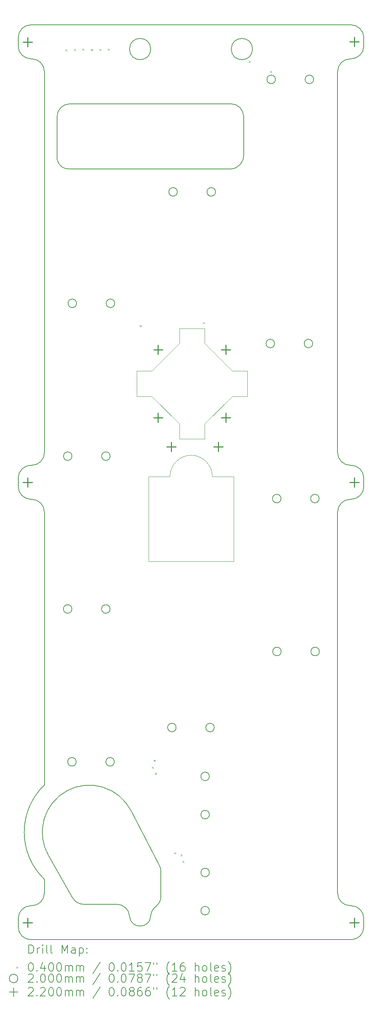
<source format=gbr>
%TF.GenerationSoftware,KiCad,Pcbnew,8.0.4*%
%TF.CreationDate,2025-03-26T23:32:05-07:00*%
%TF.ProjectId,Stationary_X_Panel,53746174-696f-46e6-9172-795f585f5061,1.5*%
%TF.SameCoordinates,Original*%
%TF.FileFunction,Drillmap*%
%TF.FilePolarity,Positive*%
%FSLAX45Y45*%
G04 Gerber Fmt 4.5, Leading zero omitted, Abs format (unit mm)*
G04 Created by KiCad (PCBNEW 8.0.4) date 2025-03-26 23:32:05*
%MOMM*%
%LPD*%
G01*
G04 APERTURE LIST*
%ADD10C,0.200000*%
%ADD11C,0.100000*%
%ADD12C,0.220000*%
G04 APERTURE END LIST*
D10*
X8316500Y-4159500D02*
X8316500Y-5059500D01*
X8316500Y-5059500D02*
G75*
G02*
X8016500Y-5394499I-317510J-17490D01*
G01*
D11*
X6150000Y-10750000D02*
X6800000Y-11400000D01*
X7400000Y-11400000D02*
X7400000Y-11750000D01*
D10*
X8525000Y-2570000D02*
G75*
G02*
X8025000Y-2570000I-250000J0D01*
G01*
X8025000Y-2570000D02*
G75*
G02*
X8525000Y-2570000I250000J0D01*
G01*
D11*
X6800000Y-11750000D02*
X7400000Y-11750000D01*
D10*
X10532500Y-22450000D02*
X10532500Y-13475000D01*
X10850000Y-12375000D02*
G75*
G02*
X11150000Y-12675000I0J-300000D01*
G01*
X4283606Y-22564417D02*
X3713209Y-21567021D01*
X3300000Y-2800000D02*
X3317500Y-2800000D01*
X6365000Y-21943583D02*
X6365000Y-22528990D01*
X11150000Y-23250000D02*
X11150000Y-23050000D01*
X3617500Y-22127660D02*
X3617500Y-22450000D01*
D11*
X6800000Y-11400000D02*
X6800000Y-11750000D01*
D10*
X11150000Y-12875000D02*
G75*
G02*
X10850000Y-13175000I-300000J0D01*
G01*
D11*
X7400000Y-11400000D02*
X8050000Y-10750000D01*
D10*
X3000000Y-23050000D02*
G75*
G02*
X3300000Y-22750000I300000J0D01*
G01*
X6124638Y-22993448D02*
G75*
G02*
X6244604Y-22769290I299622J-16172D01*
G01*
X10532500Y-3100000D02*
G75*
G02*
X10832500Y-2800000I300000J0D01*
G01*
X3617500Y-22450000D02*
G75*
G02*
X3317500Y-22750000I-300000J0D01*
G01*
X4216500Y-3859500D02*
X8016500Y-3859500D01*
X3300000Y-23550000D02*
G75*
G02*
X3000000Y-23250000I0J300000D01*
G01*
X10532500Y-13475000D02*
G75*
G02*
X10832500Y-13175000I300000J0D01*
G01*
D11*
X6078500Y-14639500D02*
X6078500Y-12639500D01*
D10*
X11150000Y-2500000D02*
X11150000Y-2300000D01*
X10850000Y-2000000D02*
G75*
G02*
X11150000Y-2300000I0J-300000D01*
G01*
X3300000Y-2800000D02*
G75*
G02*
X3000000Y-2500000I0J300000D01*
G01*
D11*
X7400000Y-9150000D02*
X6800000Y-9150000D01*
D10*
X10850000Y-22750000D02*
G75*
G02*
X11150000Y-23050000I0J-300000D01*
G01*
X10850000Y-12375000D02*
X10832500Y-12375000D01*
X3000000Y-12675000D02*
X3000000Y-12875000D01*
X3317500Y-12375000D02*
X3300000Y-12375000D01*
X10832500Y-22750000D02*
G75*
G02*
X10532500Y-22450000I0J300000D01*
G01*
D11*
X6800000Y-9500000D02*
X6150000Y-10150000D01*
D10*
X3000000Y-2300000D02*
G75*
G02*
X3300000Y-2000000I300000J0D01*
G01*
D11*
X8400000Y-10750000D02*
X8400000Y-10150000D01*
X6578500Y-12639500D02*
G75*
G02*
X7578500Y-12639500I500000J0D01*
G01*
D10*
X10832500Y-13175000D02*
X10850000Y-13175000D01*
X10832500Y-12375000D02*
G75*
G02*
X10532500Y-12075000I0J300000D01*
G01*
X10832500Y-2800000D02*
X10850000Y-2800000D01*
X3300000Y-13175000D02*
G75*
G02*
X3000000Y-12875000I0J300000D01*
G01*
X8016500Y-3859500D02*
G75*
G02*
X8316500Y-4159500I0J-300000D01*
G01*
X6365000Y-22528990D02*
G75*
G02*
X6244602Y-22769288I-300000J0D01*
G01*
X8016500Y-5394500D02*
X4216500Y-5394500D01*
D11*
X6800000Y-9500000D02*
X6800000Y-9150000D01*
D10*
X4216500Y-5394500D02*
G75*
G02*
X3916501Y-5159500I-28770J272260D01*
G01*
D11*
X5800000Y-10750000D02*
X5800000Y-10150000D01*
D10*
X6124638Y-22993448D02*
G75*
G02*
X5625521Y-22996130I-249638J13448D01*
G01*
X3916500Y-4159500D02*
G75*
G02*
X4216500Y-3859500I304763J-4763D01*
G01*
X3617500Y-12075000D02*
G75*
G02*
X3317500Y-12375000I-300000J0D01*
G01*
X10850000Y-22750000D02*
X10832500Y-22750000D01*
X3617500Y-3100000D02*
X3617500Y-12075000D01*
X11150000Y-12875000D02*
X11150000Y-12675000D01*
X3317500Y-13175000D02*
G75*
G02*
X3617500Y-13475000I0J-300000D01*
G01*
D11*
X8078500Y-12639500D02*
X8078500Y-14639500D01*
X7578500Y-12639500D02*
X8078500Y-12639500D01*
D10*
X3317500Y-22750000D02*
X3300000Y-22750000D01*
X3000000Y-2300000D02*
X3000000Y-2500000D01*
X10532500Y-12075000D02*
X10532500Y-3100000D01*
X5326146Y-22715486D02*
G75*
G02*
X5625521Y-22996130I24J-299974D01*
G01*
X11150000Y-2500000D02*
G75*
G02*
X10850000Y-2800000I-300000J0D01*
G01*
D11*
X6078500Y-12639500D02*
X6578500Y-12639500D01*
D10*
X6125000Y-2570000D02*
G75*
G02*
X5625000Y-2570000I-250000J0D01*
G01*
X5625000Y-2570000D02*
G75*
G02*
X6125000Y-2570000I250000J0D01*
G01*
X5326146Y-22715486D02*
X4544028Y-22715486D01*
D11*
X7400000Y-9500000D02*
X7400000Y-9150000D01*
D10*
X4544028Y-22715486D02*
G75*
G02*
X4283605Y-22564418I2J300006D01*
G01*
X3916500Y-4159500D02*
X3916500Y-5159500D01*
D11*
X8078500Y-14639500D02*
X6078500Y-14639500D01*
X8050000Y-10150000D02*
X7400000Y-9500000D01*
X8050000Y-10150000D02*
X8400000Y-10150000D01*
D10*
X5658777Y-20507316D02*
X6331375Y-21805581D01*
X6331375Y-21805581D02*
G75*
G02*
X6365002Y-21943583I-266425J-138019D01*
G01*
D11*
X5800000Y-10150000D02*
X6150000Y-10150000D01*
D10*
X3000000Y-23050000D02*
X3000000Y-23250000D01*
X3317500Y-2800000D02*
G75*
G02*
X3617500Y-3100000I0J-300000D01*
G01*
X10850000Y-2000000D02*
X3300000Y-2000000D01*
D11*
X8050000Y-10750000D02*
X8400000Y-10750000D01*
X5800000Y-10750000D02*
X6150000Y-10750000D01*
D10*
X3713209Y-21567021D02*
G75*
G02*
X5658777Y-20507316I961791J550035D01*
G01*
X11150000Y-23250000D02*
G75*
G02*
X10850000Y-23550000I-300000J0D01*
G01*
X3300000Y-13175000D02*
X3317500Y-13175000D01*
X3617500Y-22127660D02*
G75*
G02*
X3617500Y-19906312I1057501J1110674D01*
G01*
X3300000Y-23550000D02*
X10850000Y-23550000D01*
X3617500Y-13475000D02*
X3617500Y-19906312D01*
X3000000Y-12675000D02*
G75*
G02*
X3300000Y-12375000I300000J0D01*
G01*
D11*
X4111000Y-2577000D02*
X4151000Y-2617000D01*
X4151000Y-2577000D02*
X4111000Y-2617000D01*
X4314000Y-2568000D02*
X4354000Y-2608000D01*
X4354000Y-2568000D02*
X4314000Y-2608000D01*
X4510000Y-2560000D02*
X4550000Y-2600000D01*
X4550000Y-2560000D02*
X4510000Y-2600000D01*
X4711000Y-2571000D02*
X4751000Y-2611000D01*
X4751000Y-2571000D02*
X4711000Y-2611000D01*
X4914000Y-2568000D02*
X4954000Y-2608000D01*
X4954000Y-2568000D02*
X4914000Y-2608000D01*
X5109000Y-2558000D02*
X5149000Y-2598000D01*
X5149000Y-2558000D02*
X5109000Y-2598000D01*
X5862300Y-9073700D02*
X5902300Y-9113700D01*
X5902300Y-9073700D02*
X5862300Y-9113700D01*
X6153000Y-19475000D02*
X6193000Y-19515000D01*
X6193000Y-19475000D02*
X6153000Y-19515000D01*
X6196000Y-19309000D02*
X6236000Y-19349000D01*
X6236000Y-19309000D02*
X6196000Y-19349000D01*
X6224000Y-19622000D02*
X6264000Y-19662000D01*
X6264000Y-19622000D02*
X6224000Y-19662000D01*
X6678000Y-21492000D02*
X6718000Y-21532000D01*
X6718000Y-21492000D02*
X6678000Y-21532000D01*
X6828000Y-21543000D02*
X6868000Y-21583000D01*
X6868000Y-21543000D02*
X6828000Y-21583000D01*
X6870000Y-21696000D02*
X6910000Y-21736000D01*
X6910000Y-21696000D02*
X6870000Y-21736000D01*
X7356000Y-9000000D02*
X7396000Y-9040000D01*
X7396000Y-9000000D02*
X7356000Y-9040000D01*
X8439000Y-2849500D02*
X8479000Y-2889500D01*
X8479000Y-2849500D02*
X8439000Y-2889500D01*
X8936000Y-3085000D02*
X8976000Y-3125000D01*
X8976000Y-3085000D02*
X8936000Y-3125000D01*
D10*
X4266500Y-15759500D02*
G75*
G02*
X4066500Y-15759500I-100000J0D01*
G01*
X4066500Y-15759500D02*
G75*
G02*
X4266500Y-15759500I100000J0D01*
G01*
X4268000Y-12159500D02*
G75*
G02*
X4068000Y-12159500I-100000J0D01*
G01*
X4068000Y-12159500D02*
G75*
G02*
X4268000Y-12159500I100000J0D01*
G01*
X4366500Y-19359500D02*
G75*
G02*
X4166500Y-19359500I-100000J0D01*
G01*
X4166500Y-19359500D02*
G75*
G02*
X4366500Y-19359500I100000J0D01*
G01*
X4375000Y-8559500D02*
G75*
G02*
X4175000Y-8559500I-100000J0D01*
G01*
X4175000Y-8559500D02*
G75*
G02*
X4375000Y-8559500I100000J0D01*
G01*
X5166500Y-15759500D02*
G75*
G02*
X4966500Y-15759500I-100000J0D01*
G01*
X4966500Y-15759500D02*
G75*
G02*
X5166500Y-15759500I100000J0D01*
G01*
X5168000Y-12159500D02*
G75*
G02*
X4968000Y-12159500I-100000J0D01*
G01*
X4968000Y-12159500D02*
G75*
G02*
X5168000Y-12159500I100000J0D01*
G01*
X5266500Y-19359500D02*
G75*
G02*
X5066500Y-19359500I-100000J0D01*
G01*
X5066500Y-19359500D02*
G75*
G02*
X5266500Y-19359500I100000J0D01*
G01*
X5275000Y-8559500D02*
G75*
G02*
X5075000Y-8559500I-100000J0D01*
G01*
X5075000Y-8559500D02*
G75*
G02*
X5275000Y-8559500I100000J0D01*
G01*
X6724000Y-18552000D02*
G75*
G02*
X6524000Y-18552000I-100000J0D01*
G01*
X6524000Y-18552000D02*
G75*
G02*
X6724000Y-18552000I100000J0D01*
G01*
X6752500Y-5934500D02*
G75*
G02*
X6552500Y-5934500I-100000J0D01*
G01*
X6552500Y-5934500D02*
G75*
G02*
X6752500Y-5934500I100000J0D01*
G01*
X7508000Y-19703000D02*
G75*
G02*
X7308000Y-19703000I-100000J0D01*
G01*
X7308000Y-19703000D02*
G75*
G02*
X7508000Y-19703000I100000J0D01*
G01*
X7508000Y-20603000D02*
G75*
G02*
X7308000Y-20603000I-100000J0D01*
G01*
X7308000Y-20603000D02*
G75*
G02*
X7508000Y-20603000I100000J0D01*
G01*
X7508000Y-21967000D02*
G75*
G02*
X7308000Y-21967000I-100000J0D01*
G01*
X7308000Y-21967000D02*
G75*
G02*
X7508000Y-21967000I100000J0D01*
G01*
X7508000Y-22867000D02*
G75*
G02*
X7308000Y-22867000I-100000J0D01*
G01*
X7308000Y-22867000D02*
G75*
G02*
X7508000Y-22867000I100000J0D01*
G01*
X7624000Y-18552000D02*
G75*
G02*
X7424000Y-18552000I-100000J0D01*
G01*
X7424000Y-18552000D02*
G75*
G02*
X7624000Y-18552000I100000J0D01*
G01*
X7652500Y-5934500D02*
G75*
G02*
X7452500Y-5934500I-100000J0D01*
G01*
X7452500Y-5934500D02*
G75*
G02*
X7652500Y-5934500I100000J0D01*
G01*
X9045000Y-9507000D02*
G75*
G02*
X8845000Y-9507000I-100000J0D01*
G01*
X8845000Y-9507000D02*
G75*
G02*
X9045000Y-9507000I100000J0D01*
G01*
X9066500Y-3284500D02*
G75*
G02*
X8866500Y-3284500I-100000J0D01*
G01*
X8866500Y-3284500D02*
G75*
G02*
X9066500Y-3284500I100000J0D01*
G01*
X9197000Y-13159000D02*
G75*
G02*
X8997000Y-13159000I-100000J0D01*
G01*
X8997000Y-13159000D02*
G75*
G02*
X9197000Y-13159000I100000J0D01*
G01*
X9202000Y-16761000D02*
G75*
G02*
X9002000Y-16761000I-100000J0D01*
G01*
X9002000Y-16761000D02*
G75*
G02*
X9202000Y-16761000I100000J0D01*
G01*
X9945000Y-9507000D02*
G75*
G02*
X9745000Y-9507000I-100000J0D01*
G01*
X9745000Y-9507000D02*
G75*
G02*
X9945000Y-9507000I100000J0D01*
G01*
X9966500Y-3284500D02*
G75*
G02*
X9766500Y-3284500I-100000J0D01*
G01*
X9766500Y-3284500D02*
G75*
G02*
X9966500Y-3284500I100000J0D01*
G01*
X10097000Y-13159000D02*
G75*
G02*
X9897000Y-13159000I-100000J0D01*
G01*
X9897000Y-13159000D02*
G75*
G02*
X10097000Y-13159000I100000J0D01*
G01*
X10102000Y-16761000D02*
G75*
G02*
X9902000Y-16761000I-100000J0D01*
G01*
X9902000Y-16761000D02*
G75*
G02*
X10102000Y-16761000I100000J0D01*
G01*
D12*
X3224000Y-12665000D02*
X3224000Y-12885000D01*
X3114000Y-12775000D02*
X3334000Y-12775000D01*
X3225000Y-2291000D02*
X3225000Y-2511000D01*
X3115000Y-2401000D02*
X3335000Y-2401000D01*
X3226000Y-23041000D02*
X3226000Y-23261000D01*
X3116000Y-23151000D02*
X3336000Y-23151000D01*
X6300000Y-9540000D02*
X6300000Y-9760000D01*
X6190000Y-9650000D02*
X6410000Y-9650000D01*
X6300000Y-11140000D02*
X6300000Y-11360000D01*
X6190000Y-11250000D02*
X6410000Y-11250000D01*
X6610000Y-11830000D02*
X6610000Y-12050000D01*
X6500000Y-11940000D02*
X6720000Y-11940000D01*
X7720000Y-11830000D02*
X7720000Y-12050000D01*
X7610000Y-11940000D02*
X7830000Y-11940000D01*
X7900000Y-9540000D02*
X7900000Y-9760000D01*
X7790000Y-9650000D02*
X8010000Y-9650000D01*
X7900000Y-11140000D02*
X7900000Y-11360000D01*
X7790000Y-11250000D02*
X8010000Y-11250000D01*
X10924000Y-12666000D02*
X10924000Y-12886000D01*
X10814000Y-12776000D02*
X11034000Y-12776000D01*
X10924000Y-23040000D02*
X10924000Y-23260000D01*
X10814000Y-23150000D02*
X11034000Y-23150000D01*
X10926000Y-2290000D02*
X10926000Y-2510000D01*
X10816000Y-2400000D02*
X11036000Y-2400000D01*
D10*
X3250777Y-23871484D02*
X3250777Y-23671484D01*
X3250777Y-23671484D02*
X3298396Y-23671484D01*
X3298396Y-23671484D02*
X3326967Y-23681008D01*
X3326967Y-23681008D02*
X3346015Y-23700055D01*
X3346015Y-23700055D02*
X3355539Y-23719103D01*
X3355539Y-23719103D02*
X3365062Y-23757198D01*
X3365062Y-23757198D02*
X3365062Y-23785769D01*
X3365062Y-23785769D02*
X3355539Y-23823865D01*
X3355539Y-23823865D02*
X3346015Y-23842912D01*
X3346015Y-23842912D02*
X3326967Y-23861960D01*
X3326967Y-23861960D02*
X3298396Y-23871484D01*
X3298396Y-23871484D02*
X3250777Y-23871484D01*
X3450777Y-23871484D02*
X3450777Y-23738150D01*
X3450777Y-23776246D02*
X3460301Y-23757198D01*
X3460301Y-23757198D02*
X3469824Y-23747674D01*
X3469824Y-23747674D02*
X3488872Y-23738150D01*
X3488872Y-23738150D02*
X3507920Y-23738150D01*
X3574586Y-23871484D02*
X3574586Y-23738150D01*
X3574586Y-23671484D02*
X3565062Y-23681008D01*
X3565062Y-23681008D02*
X3574586Y-23690531D01*
X3574586Y-23690531D02*
X3584110Y-23681008D01*
X3584110Y-23681008D02*
X3574586Y-23671484D01*
X3574586Y-23671484D02*
X3574586Y-23690531D01*
X3698396Y-23871484D02*
X3679348Y-23861960D01*
X3679348Y-23861960D02*
X3669824Y-23842912D01*
X3669824Y-23842912D02*
X3669824Y-23671484D01*
X3803158Y-23871484D02*
X3784110Y-23861960D01*
X3784110Y-23861960D02*
X3774586Y-23842912D01*
X3774586Y-23842912D02*
X3774586Y-23671484D01*
X4031729Y-23871484D02*
X4031729Y-23671484D01*
X4031729Y-23671484D02*
X4098396Y-23814341D01*
X4098396Y-23814341D02*
X4165062Y-23671484D01*
X4165062Y-23671484D02*
X4165062Y-23871484D01*
X4346015Y-23871484D02*
X4346015Y-23766722D01*
X4346015Y-23766722D02*
X4336491Y-23747674D01*
X4336491Y-23747674D02*
X4317444Y-23738150D01*
X4317444Y-23738150D02*
X4279348Y-23738150D01*
X4279348Y-23738150D02*
X4260301Y-23747674D01*
X4346015Y-23861960D02*
X4326967Y-23871484D01*
X4326967Y-23871484D02*
X4279348Y-23871484D01*
X4279348Y-23871484D02*
X4260301Y-23861960D01*
X4260301Y-23861960D02*
X4250777Y-23842912D01*
X4250777Y-23842912D02*
X4250777Y-23823865D01*
X4250777Y-23823865D02*
X4260301Y-23804817D01*
X4260301Y-23804817D02*
X4279348Y-23795293D01*
X4279348Y-23795293D02*
X4326967Y-23795293D01*
X4326967Y-23795293D02*
X4346015Y-23785769D01*
X4441253Y-23738150D02*
X4441253Y-23938150D01*
X4441253Y-23747674D02*
X4460301Y-23738150D01*
X4460301Y-23738150D02*
X4498396Y-23738150D01*
X4498396Y-23738150D02*
X4517444Y-23747674D01*
X4517444Y-23747674D02*
X4526967Y-23757198D01*
X4526967Y-23757198D02*
X4536491Y-23776246D01*
X4536491Y-23776246D02*
X4536491Y-23833388D01*
X4536491Y-23833388D02*
X4526967Y-23852436D01*
X4526967Y-23852436D02*
X4517444Y-23861960D01*
X4517444Y-23861960D02*
X4498396Y-23871484D01*
X4498396Y-23871484D02*
X4460301Y-23871484D01*
X4460301Y-23871484D02*
X4441253Y-23861960D01*
X4622205Y-23852436D02*
X4631729Y-23861960D01*
X4631729Y-23861960D02*
X4622205Y-23871484D01*
X4622205Y-23871484D02*
X4612682Y-23861960D01*
X4612682Y-23861960D02*
X4622205Y-23852436D01*
X4622205Y-23852436D02*
X4622205Y-23871484D01*
X4622205Y-23747674D02*
X4631729Y-23757198D01*
X4631729Y-23757198D02*
X4622205Y-23766722D01*
X4622205Y-23766722D02*
X4612682Y-23757198D01*
X4612682Y-23757198D02*
X4622205Y-23747674D01*
X4622205Y-23747674D02*
X4622205Y-23766722D01*
D11*
X2950000Y-24180000D02*
X2990000Y-24220000D01*
X2990000Y-24180000D02*
X2950000Y-24220000D01*
D10*
X3288872Y-24091484D02*
X3307920Y-24091484D01*
X3307920Y-24091484D02*
X3326967Y-24101008D01*
X3326967Y-24101008D02*
X3336491Y-24110531D01*
X3336491Y-24110531D02*
X3346015Y-24129579D01*
X3346015Y-24129579D02*
X3355539Y-24167674D01*
X3355539Y-24167674D02*
X3355539Y-24215293D01*
X3355539Y-24215293D02*
X3346015Y-24253388D01*
X3346015Y-24253388D02*
X3336491Y-24272436D01*
X3336491Y-24272436D02*
X3326967Y-24281960D01*
X3326967Y-24281960D02*
X3307920Y-24291484D01*
X3307920Y-24291484D02*
X3288872Y-24291484D01*
X3288872Y-24291484D02*
X3269824Y-24281960D01*
X3269824Y-24281960D02*
X3260301Y-24272436D01*
X3260301Y-24272436D02*
X3250777Y-24253388D01*
X3250777Y-24253388D02*
X3241253Y-24215293D01*
X3241253Y-24215293D02*
X3241253Y-24167674D01*
X3241253Y-24167674D02*
X3250777Y-24129579D01*
X3250777Y-24129579D02*
X3260301Y-24110531D01*
X3260301Y-24110531D02*
X3269824Y-24101008D01*
X3269824Y-24101008D02*
X3288872Y-24091484D01*
X3441253Y-24272436D02*
X3450777Y-24281960D01*
X3450777Y-24281960D02*
X3441253Y-24291484D01*
X3441253Y-24291484D02*
X3431729Y-24281960D01*
X3431729Y-24281960D02*
X3441253Y-24272436D01*
X3441253Y-24272436D02*
X3441253Y-24291484D01*
X3622205Y-24158150D02*
X3622205Y-24291484D01*
X3574586Y-24081960D02*
X3526967Y-24224817D01*
X3526967Y-24224817D02*
X3650777Y-24224817D01*
X3765062Y-24091484D02*
X3784110Y-24091484D01*
X3784110Y-24091484D02*
X3803158Y-24101008D01*
X3803158Y-24101008D02*
X3812682Y-24110531D01*
X3812682Y-24110531D02*
X3822205Y-24129579D01*
X3822205Y-24129579D02*
X3831729Y-24167674D01*
X3831729Y-24167674D02*
X3831729Y-24215293D01*
X3831729Y-24215293D02*
X3822205Y-24253388D01*
X3822205Y-24253388D02*
X3812682Y-24272436D01*
X3812682Y-24272436D02*
X3803158Y-24281960D01*
X3803158Y-24281960D02*
X3784110Y-24291484D01*
X3784110Y-24291484D02*
X3765062Y-24291484D01*
X3765062Y-24291484D02*
X3746015Y-24281960D01*
X3746015Y-24281960D02*
X3736491Y-24272436D01*
X3736491Y-24272436D02*
X3726967Y-24253388D01*
X3726967Y-24253388D02*
X3717443Y-24215293D01*
X3717443Y-24215293D02*
X3717443Y-24167674D01*
X3717443Y-24167674D02*
X3726967Y-24129579D01*
X3726967Y-24129579D02*
X3736491Y-24110531D01*
X3736491Y-24110531D02*
X3746015Y-24101008D01*
X3746015Y-24101008D02*
X3765062Y-24091484D01*
X3955539Y-24091484D02*
X3974586Y-24091484D01*
X3974586Y-24091484D02*
X3993634Y-24101008D01*
X3993634Y-24101008D02*
X4003158Y-24110531D01*
X4003158Y-24110531D02*
X4012682Y-24129579D01*
X4012682Y-24129579D02*
X4022205Y-24167674D01*
X4022205Y-24167674D02*
X4022205Y-24215293D01*
X4022205Y-24215293D02*
X4012682Y-24253388D01*
X4012682Y-24253388D02*
X4003158Y-24272436D01*
X4003158Y-24272436D02*
X3993634Y-24281960D01*
X3993634Y-24281960D02*
X3974586Y-24291484D01*
X3974586Y-24291484D02*
X3955539Y-24291484D01*
X3955539Y-24291484D02*
X3936491Y-24281960D01*
X3936491Y-24281960D02*
X3926967Y-24272436D01*
X3926967Y-24272436D02*
X3917443Y-24253388D01*
X3917443Y-24253388D02*
X3907920Y-24215293D01*
X3907920Y-24215293D02*
X3907920Y-24167674D01*
X3907920Y-24167674D02*
X3917443Y-24129579D01*
X3917443Y-24129579D02*
X3926967Y-24110531D01*
X3926967Y-24110531D02*
X3936491Y-24101008D01*
X3936491Y-24101008D02*
X3955539Y-24091484D01*
X4107920Y-24291484D02*
X4107920Y-24158150D01*
X4107920Y-24177198D02*
X4117443Y-24167674D01*
X4117443Y-24167674D02*
X4136491Y-24158150D01*
X4136491Y-24158150D02*
X4165063Y-24158150D01*
X4165063Y-24158150D02*
X4184110Y-24167674D01*
X4184110Y-24167674D02*
X4193634Y-24186722D01*
X4193634Y-24186722D02*
X4193634Y-24291484D01*
X4193634Y-24186722D02*
X4203158Y-24167674D01*
X4203158Y-24167674D02*
X4222205Y-24158150D01*
X4222205Y-24158150D02*
X4250777Y-24158150D01*
X4250777Y-24158150D02*
X4269825Y-24167674D01*
X4269825Y-24167674D02*
X4279348Y-24186722D01*
X4279348Y-24186722D02*
X4279348Y-24291484D01*
X4374586Y-24291484D02*
X4374586Y-24158150D01*
X4374586Y-24177198D02*
X4384110Y-24167674D01*
X4384110Y-24167674D02*
X4403158Y-24158150D01*
X4403158Y-24158150D02*
X4431729Y-24158150D01*
X4431729Y-24158150D02*
X4450777Y-24167674D01*
X4450777Y-24167674D02*
X4460301Y-24186722D01*
X4460301Y-24186722D02*
X4460301Y-24291484D01*
X4460301Y-24186722D02*
X4469825Y-24167674D01*
X4469825Y-24167674D02*
X4488872Y-24158150D01*
X4488872Y-24158150D02*
X4517444Y-24158150D01*
X4517444Y-24158150D02*
X4536491Y-24167674D01*
X4536491Y-24167674D02*
X4546015Y-24186722D01*
X4546015Y-24186722D02*
X4546015Y-24291484D01*
X4936491Y-24081960D02*
X4765063Y-24339103D01*
X5193634Y-24091484D02*
X5212682Y-24091484D01*
X5212682Y-24091484D02*
X5231729Y-24101008D01*
X5231729Y-24101008D02*
X5241253Y-24110531D01*
X5241253Y-24110531D02*
X5250777Y-24129579D01*
X5250777Y-24129579D02*
X5260301Y-24167674D01*
X5260301Y-24167674D02*
X5260301Y-24215293D01*
X5260301Y-24215293D02*
X5250777Y-24253388D01*
X5250777Y-24253388D02*
X5241253Y-24272436D01*
X5241253Y-24272436D02*
X5231729Y-24281960D01*
X5231729Y-24281960D02*
X5212682Y-24291484D01*
X5212682Y-24291484D02*
X5193634Y-24291484D01*
X5193634Y-24291484D02*
X5174587Y-24281960D01*
X5174587Y-24281960D02*
X5165063Y-24272436D01*
X5165063Y-24272436D02*
X5155539Y-24253388D01*
X5155539Y-24253388D02*
X5146015Y-24215293D01*
X5146015Y-24215293D02*
X5146015Y-24167674D01*
X5146015Y-24167674D02*
X5155539Y-24129579D01*
X5155539Y-24129579D02*
X5165063Y-24110531D01*
X5165063Y-24110531D02*
X5174587Y-24101008D01*
X5174587Y-24101008D02*
X5193634Y-24091484D01*
X5346015Y-24272436D02*
X5355539Y-24281960D01*
X5355539Y-24281960D02*
X5346015Y-24291484D01*
X5346015Y-24291484D02*
X5336491Y-24281960D01*
X5336491Y-24281960D02*
X5346015Y-24272436D01*
X5346015Y-24272436D02*
X5346015Y-24291484D01*
X5479348Y-24091484D02*
X5498396Y-24091484D01*
X5498396Y-24091484D02*
X5517444Y-24101008D01*
X5517444Y-24101008D02*
X5526968Y-24110531D01*
X5526968Y-24110531D02*
X5536491Y-24129579D01*
X5536491Y-24129579D02*
X5546015Y-24167674D01*
X5546015Y-24167674D02*
X5546015Y-24215293D01*
X5546015Y-24215293D02*
X5536491Y-24253388D01*
X5536491Y-24253388D02*
X5526968Y-24272436D01*
X5526968Y-24272436D02*
X5517444Y-24281960D01*
X5517444Y-24281960D02*
X5498396Y-24291484D01*
X5498396Y-24291484D02*
X5479348Y-24291484D01*
X5479348Y-24291484D02*
X5460301Y-24281960D01*
X5460301Y-24281960D02*
X5450777Y-24272436D01*
X5450777Y-24272436D02*
X5441253Y-24253388D01*
X5441253Y-24253388D02*
X5431729Y-24215293D01*
X5431729Y-24215293D02*
X5431729Y-24167674D01*
X5431729Y-24167674D02*
X5441253Y-24129579D01*
X5441253Y-24129579D02*
X5450777Y-24110531D01*
X5450777Y-24110531D02*
X5460301Y-24101008D01*
X5460301Y-24101008D02*
X5479348Y-24091484D01*
X5736491Y-24291484D02*
X5622206Y-24291484D01*
X5679348Y-24291484D02*
X5679348Y-24091484D01*
X5679348Y-24091484D02*
X5660301Y-24120055D01*
X5660301Y-24120055D02*
X5641253Y-24139103D01*
X5641253Y-24139103D02*
X5622206Y-24148627D01*
X5917444Y-24091484D02*
X5822206Y-24091484D01*
X5822206Y-24091484D02*
X5812682Y-24186722D01*
X5812682Y-24186722D02*
X5822206Y-24177198D01*
X5822206Y-24177198D02*
X5841253Y-24167674D01*
X5841253Y-24167674D02*
X5888872Y-24167674D01*
X5888872Y-24167674D02*
X5907920Y-24177198D01*
X5907920Y-24177198D02*
X5917444Y-24186722D01*
X5917444Y-24186722D02*
X5926967Y-24205769D01*
X5926967Y-24205769D02*
X5926967Y-24253388D01*
X5926967Y-24253388D02*
X5917444Y-24272436D01*
X5917444Y-24272436D02*
X5907920Y-24281960D01*
X5907920Y-24281960D02*
X5888872Y-24291484D01*
X5888872Y-24291484D02*
X5841253Y-24291484D01*
X5841253Y-24291484D02*
X5822206Y-24281960D01*
X5822206Y-24281960D02*
X5812682Y-24272436D01*
X5993634Y-24091484D02*
X6126967Y-24091484D01*
X6126967Y-24091484D02*
X6041253Y-24291484D01*
X6193634Y-24091484D02*
X6193634Y-24129579D01*
X6269825Y-24091484D02*
X6269825Y-24129579D01*
X6565063Y-24367674D02*
X6555539Y-24358150D01*
X6555539Y-24358150D02*
X6536491Y-24329579D01*
X6536491Y-24329579D02*
X6526968Y-24310531D01*
X6526968Y-24310531D02*
X6517444Y-24281960D01*
X6517444Y-24281960D02*
X6507920Y-24234341D01*
X6507920Y-24234341D02*
X6507920Y-24196246D01*
X6507920Y-24196246D02*
X6517444Y-24148627D01*
X6517444Y-24148627D02*
X6526968Y-24120055D01*
X6526968Y-24120055D02*
X6536491Y-24101008D01*
X6536491Y-24101008D02*
X6555539Y-24072436D01*
X6555539Y-24072436D02*
X6565063Y-24062912D01*
X6746015Y-24291484D02*
X6631729Y-24291484D01*
X6688872Y-24291484D02*
X6688872Y-24091484D01*
X6688872Y-24091484D02*
X6669825Y-24120055D01*
X6669825Y-24120055D02*
X6650777Y-24139103D01*
X6650777Y-24139103D02*
X6631729Y-24148627D01*
X6917444Y-24091484D02*
X6879348Y-24091484D01*
X6879348Y-24091484D02*
X6860301Y-24101008D01*
X6860301Y-24101008D02*
X6850777Y-24110531D01*
X6850777Y-24110531D02*
X6831729Y-24139103D01*
X6831729Y-24139103D02*
X6822206Y-24177198D01*
X6822206Y-24177198D02*
X6822206Y-24253388D01*
X6822206Y-24253388D02*
X6831729Y-24272436D01*
X6831729Y-24272436D02*
X6841253Y-24281960D01*
X6841253Y-24281960D02*
X6860301Y-24291484D01*
X6860301Y-24291484D02*
X6898396Y-24291484D01*
X6898396Y-24291484D02*
X6917444Y-24281960D01*
X6917444Y-24281960D02*
X6926968Y-24272436D01*
X6926968Y-24272436D02*
X6936491Y-24253388D01*
X6936491Y-24253388D02*
X6936491Y-24205769D01*
X6936491Y-24205769D02*
X6926968Y-24186722D01*
X6926968Y-24186722D02*
X6917444Y-24177198D01*
X6917444Y-24177198D02*
X6898396Y-24167674D01*
X6898396Y-24167674D02*
X6860301Y-24167674D01*
X6860301Y-24167674D02*
X6841253Y-24177198D01*
X6841253Y-24177198D02*
X6831729Y-24186722D01*
X6831729Y-24186722D02*
X6822206Y-24205769D01*
X7174587Y-24291484D02*
X7174587Y-24091484D01*
X7260301Y-24291484D02*
X7260301Y-24186722D01*
X7260301Y-24186722D02*
X7250777Y-24167674D01*
X7250777Y-24167674D02*
X7231730Y-24158150D01*
X7231730Y-24158150D02*
X7203158Y-24158150D01*
X7203158Y-24158150D02*
X7184110Y-24167674D01*
X7184110Y-24167674D02*
X7174587Y-24177198D01*
X7384110Y-24291484D02*
X7365063Y-24281960D01*
X7365063Y-24281960D02*
X7355539Y-24272436D01*
X7355539Y-24272436D02*
X7346015Y-24253388D01*
X7346015Y-24253388D02*
X7346015Y-24196246D01*
X7346015Y-24196246D02*
X7355539Y-24177198D01*
X7355539Y-24177198D02*
X7365063Y-24167674D01*
X7365063Y-24167674D02*
X7384110Y-24158150D01*
X7384110Y-24158150D02*
X7412682Y-24158150D01*
X7412682Y-24158150D02*
X7431730Y-24167674D01*
X7431730Y-24167674D02*
X7441253Y-24177198D01*
X7441253Y-24177198D02*
X7450777Y-24196246D01*
X7450777Y-24196246D02*
X7450777Y-24253388D01*
X7450777Y-24253388D02*
X7441253Y-24272436D01*
X7441253Y-24272436D02*
X7431730Y-24281960D01*
X7431730Y-24281960D02*
X7412682Y-24291484D01*
X7412682Y-24291484D02*
X7384110Y-24291484D01*
X7565063Y-24291484D02*
X7546015Y-24281960D01*
X7546015Y-24281960D02*
X7536491Y-24262912D01*
X7536491Y-24262912D02*
X7536491Y-24091484D01*
X7717444Y-24281960D02*
X7698396Y-24291484D01*
X7698396Y-24291484D02*
X7660301Y-24291484D01*
X7660301Y-24291484D02*
X7641253Y-24281960D01*
X7641253Y-24281960D02*
X7631730Y-24262912D01*
X7631730Y-24262912D02*
X7631730Y-24186722D01*
X7631730Y-24186722D02*
X7641253Y-24167674D01*
X7641253Y-24167674D02*
X7660301Y-24158150D01*
X7660301Y-24158150D02*
X7698396Y-24158150D01*
X7698396Y-24158150D02*
X7717444Y-24167674D01*
X7717444Y-24167674D02*
X7726968Y-24186722D01*
X7726968Y-24186722D02*
X7726968Y-24205769D01*
X7726968Y-24205769D02*
X7631730Y-24224817D01*
X7803158Y-24281960D02*
X7822206Y-24291484D01*
X7822206Y-24291484D02*
X7860301Y-24291484D01*
X7860301Y-24291484D02*
X7879349Y-24281960D01*
X7879349Y-24281960D02*
X7888872Y-24262912D01*
X7888872Y-24262912D02*
X7888872Y-24253388D01*
X7888872Y-24253388D02*
X7879349Y-24234341D01*
X7879349Y-24234341D02*
X7860301Y-24224817D01*
X7860301Y-24224817D02*
X7831730Y-24224817D01*
X7831730Y-24224817D02*
X7812682Y-24215293D01*
X7812682Y-24215293D02*
X7803158Y-24196246D01*
X7803158Y-24196246D02*
X7803158Y-24186722D01*
X7803158Y-24186722D02*
X7812682Y-24167674D01*
X7812682Y-24167674D02*
X7831730Y-24158150D01*
X7831730Y-24158150D02*
X7860301Y-24158150D01*
X7860301Y-24158150D02*
X7879349Y-24167674D01*
X7955539Y-24367674D02*
X7965063Y-24358150D01*
X7965063Y-24358150D02*
X7984111Y-24329579D01*
X7984111Y-24329579D02*
X7993634Y-24310531D01*
X7993634Y-24310531D02*
X8003158Y-24281960D01*
X8003158Y-24281960D02*
X8012682Y-24234341D01*
X8012682Y-24234341D02*
X8012682Y-24196246D01*
X8012682Y-24196246D02*
X8003158Y-24148627D01*
X8003158Y-24148627D02*
X7993634Y-24120055D01*
X7993634Y-24120055D02*
X7984111Y-24101008D01*
X7984111Y-24101008D02*
X7965063Y-24072436D01*
X7965063Y-24072436D02*
X7955539Y-24062912D01*
X2990000Y-24464000D02*
G75*
G02*
X2790000Y-24464000I-100000J0D01*
G01*
X2790000Y-24464000D02*
G75*
G02*
X2990000Y-24464000I100000J0D01*
G01*
X3241253Y-24374531D02*
X3250777Y-24365008D01*
X3250777Y-24365008D02*
X3269824Y-24355484D01*
X3269824Y-24355484D02*
X3317443Y-24355484D01*
X3317443Y-24355484D02*
X3336491Y-24365008D01*
X3336491Y-24365008D02*
X3346015Y-24374531D01*
X3346015Y-24374531D02*
X3355539Y-24393579D01*
X3355539Y-24393579D02*
X3355539Y-24412627D01*
X3355539Y-24412627D02*
X3346015Y-24441198D01*
X3346015Y-24441198D02*
X3231729Y-24555484D01*
X3231729Y-24555484D02*
X3355539Y-24555484D01*
X3441253Y-24536436D02*
X3450777Y-24545960D01*
X3450777Y-24545960D02*
X3441253Y-24555484D01*
X3441253Y-24555484D02*
X3431729Y-24545960D01*
X3431729Y-24545960D02*
X3441253Y-24536436D01*
X3441253Y-24536436D02*
X3441253Y-24555484D01*
X3574586Y-24355484D02*
X3593634Y-24355484D01*
X3593634Y-24355484D02*
X3612682Y-24365008D01*
X3612682Y-24365008D02*
X3622205Y-24374531D01*
X3622205Y-24374531D02*
X3631729Y-24393579D01*
X3631729Y-24393579D02*
X3641253Y-24431674D01*
X3641253Y-24431674D02*
X3641253Y-24479293D01*
X3641253Y-24479293D02*
X3631729Y-24517388D01*
X3631729Y-24517388D02*
X3622205Y-24536436D01*
X3622205Y-24536436D02*
X3612682Y-24545960D01*
X3612682Y-24545960D02*
X3593634Y-24555484D01*
X3593634Y-24555484D02*
X3574586Y-24555484D01*
X3574586Y-24555484D02*
X3555539Y-24545960D01*
X3555539Y-24545960D02*
X3546015Y-24536436D01*
X3546015Y-24536436D02*
X3536491Y-24517388D01*
X3536491Y-24517388D02*
X3526967Y-24479293D01*
X3526967Y-24479293D02*
X3526967Y-24431674D01*
X3526967Y-24431674D02*
X3536491Y-24393579D01*
X3536491Y-24393579D02*
X3546015Y-24374531D01*
X3546015Y-24374531D02*
X3555539Y-24365008D01*
X3555539Y-24365008D02*
X3574586Y-24355484D01*
X3765062Y-24355484D02*
X3784110Y-24355484D01*
X3784110Y-24355484D02*
X3803158Y-24365008D01*
X3803158Y-24365008D02*
X3812682Y-24374531D01*
X3812682Y-24374531D02*
X3822205Y-24393579D01*
X3822205Y-24393579D02*
X3831729Y-24431674D01*
X3831729Y-24431674D02*
X3831729Y-24479293D01*
X3831729Y-24479293D02*
X3822205Y-24517388D01*
X3822205Y-24517388D02*
X3812682Y-24536436D01*
X3812682Y-24536436D02*
X3803158Y-24545960D01*
X3803158Y-24545960D02*
X3784110Y-24555484D01*
X3784110Y-24555484D02*
X3765062Y-24555484D01*
X3765062Y-24555484D02*
X3746015Y-24545960D01*
X3746015Y-24545960D02*
X3736491Y-24536436D01*
X3736491Y-24536436D02*
X3726967Y-24517388D01*
X3726967Y-24517388D02*
X3717443Y-24479293D01*
X3717443Y-24479293D02*
X3717443Y-24431674D01*
X3717443Y-24431674D02*
X3726967Y-24393579D01*
X3726967Y-24393579D02*
X3736491Y-24374531D01*
X3736491Y-24374531D02*
X3746015Y-24365008D01*
X3746015Y-24365008D02*
X3765062Y-24355484D01*
X3955539Y-24355484D02*
X3974586Y-24355484D01*
X3974586Y-24355484D02*
X3993634Y-24365008D01*
X3993634Y-24365008D02*
X4003158Y-24374531D01*
X4003158Y-24374531D02*
X4012682Y-24393579D01*
X4012682Y-24393579D02*
X4022205Y-24431674D01*
X4022205Y-24431674D02*
X4022205Y-24479293D01*
X4022205Y-24479293D02*
X4012682Y-24517388D01*
X4012682Y-24517388D02*
X4003158Y-24536436D01*
X4003158Y-24536436D02*
X3993634Y-24545960D01*
X3993634Y-24545960D02*
X3974586Y-24555484D01*
X3974586Y-24555484D02*
X3955539Y-24555484D01*
X3955539Y-24555484D02*
X3936491Y-24545960D01*
X3936491Y-24545960D02*
X3926967Y-24536436D01*
X3926967Y-24536436D02*
X3917443Y-24517388D01*
X3917443Y-24517388D02*
X3907920Y-24479293D01*
X3907920Y-24479293D02*
X3907920Y-24431674D01*
X3907920Y-24431674D02*
X3917443Y-24393579D01*
X3917443Y-24393579D02*
X3926967Y-24374531D01*
X3926967Y-24374531D02*
X3936491Y-24365008D01*
X3936491Y-24365008D02*
X3955539Y-24355484D01*
X4107920Y-24555484D02*
X4107920Y-24422150D01*
X4107920Y-24441198D02*
X4117443Y-24431674D01*
X4117443Y-24431674D02*
X4136491Y-24422150D01*
X4136491Y-24422150D02*
X4165063Y-24422150D01*
X4165063Y-24422150D02*
X4184110Y-24431674D01*
X4184110Y-24431674D02*
X4193634Y-24450722D01*
X4193634Y-24450722D02*
X4193634Y-24555484D01*
X4193634Y-24450722D02*
X4203158Y-24431674D01*
X4203158Y-24431674D02*
X4222205Y-24422150D01*
X4222205Y-24422150D02*
X4250777Y-24422150D01*
X4250777Y-24422150D02*
X4269825Y-24431674D01*
X4269825Y-24431674D02*
X4279348Y-24450722D01*
X4279348Y-24450722D02*
X4279348Y-24555484D01*
X4374586Y-24555484D02*
X4374586Y-24422150D01*
X4374586Y-24441198D02*
X4384110Y-24431674D01*
X4384110Y-24431674D02*
X4403158Y-24422150D01*
X4403158Y-24422150D02*
X4431729Y-24422150D01*
X4431729Y-24422150D02*
X4450777Y-24431674D01*
X4450777Y-24431674D02*
X4460301Y-24450722D01*
X4460301Y-24450722D02*
X4460301Y-24555484D01*
X4460301Y-24450722D02*
X4469825Y-24431674D01*
X4469825Y-24431674D02*
X4488872Y-24422150D01*
X4488872Y-24422150D02*
X4517444Y-24422150D01*
X4517444Y-24422150D02*
X4536491Y-24431674D01*
X4536491Y-24431674D02*
X4546015Y-24450722D01*
X4546015Y-24450722D02*
X4546015Y-24555484D01*
X4936491Y-24345960D02*
X4765063Y-24603103D01*
X5193634Y-24355484D02*
X5212682Y-24355484D01*
X5212682Y-24355484D02*
X5231729Y-24365008D01*
X5231729Y-24365008D02*
X5241253Y-24374531D01*
X5241253Y-24374531D02*
X5250777Y-24393579D01*
X5250777Y-24393579D02*
X5260301Y-24431674D01*
X5260301Y-24431674D02*
X5260301Y-24479293D01*
X5260301Y-24479293D02*
X5250777Y-24517388D01*
X5250777Y-24517388D02*
X5241253Y-24536436D01*
X5241253Y-24536436D02*
X5231729Y-24545960D01*
X5231729Y-24545960D02*
X5212682Y-24555484D01*
X5212682Y-24555484D02*
X5193634Y-24555484D01*
X5193634Y-24555484D02*
X5174587Y-24545960D01*
X5174587Y-24545960D02*
X5165063Y-24536436D01*
X5165063Y-24536436D02*
X5155539Y-24517388D01*
X5155539Y-24517388D02*
X5146015Y-24479293D01*
X5146015Y-24479293D02*
X5146015Y-24431674D01*
X5146015Y-24431674D02*
X5155539Y-24393579D01*
X5155539Y-24393579D02*
X5165063Y-24374531D01*
X5165063Y-24374531D02*
X5174587Y-24365008D01*
X5174587Y-24365008D02*
X5193634Y-24355484D01*
X5346015Y-24536436D02*
X5355539Y-24545960D01*
X5355539Y-24545960D02*
X5346015Y-24555484D01*
X5346015Y-24555484D02*
X5336491Y-24545960D01*
X5336491Y-24545960D02*
X5346015Y-24536436D01*
X5346015Y-24536436D02*
X5346015Y-24555484D01*
X5479348Y-24355484D02*
X5498396Y-24355484D01*
X5498396Y-24355484D02*
X5517444Y-24365008D01*
X5517444Y-24365008D02*
X5526968Y-24374531D01*
X5526968Y-24374531D02*
X5536491Y-24393579D01*
X5536491Y-24393579D02*
X5546015Y-24431674D01*
X5546015Y-24431674D02*
X5546015Y-24479293D01*
X5546015Y-24479293D02*
X5536491Y-24517388D01*
X5536491Y-24517388D02*
X5526968Y-24536436D01*
X5526968Y-24536436D02*
X5517444Y-24545960D01*
X5517444Y-24545960D02*
X5498396Y-24555484D01*
X5498396Y-24555484D02*
X5479348Y-24555484D01*
X5479348Y-24555484D02*
X5460301Y-24545960D01*
X5460301Y-24545960D02*
X5450777Y-24536436D01*
X5450777Y-24536436D02*
X5441253Y-24517388D01*
X5441253Y-24517388D02*
X5431729Y-24479293D01*
X5431729Y-24479293D02*
X5431729Y-24431674D01*
X5431729Y-24431674D02*
X5441253Y-24393579D01*
X5441253Y-24393579D02*
X5450777Y-24374531D01*
X5450777Y-24374531D02*
X5460301Y-24365008D01*
X5460301Y-24365008D02*
X5479348Y-24355484D01*
X5612682Y-24355484D02*
X5746015Y-24355484D01*
X5746015Y-24355484D02*
X5660301Y-24555484D01*
X5850777Y-24441198D02*
X5831729Y-24431674D01*
X5831729Y-24431674D02*
X5822206Y-24422150D01*
X5822206Y-24422150D02*
X5812682Y-24403103D01*
X5812682Y-24403103D02*
X5812682Y-24393579D01*
X5812682Y-24393579D02*
X5822206Y-24374531D01*
X5822206Y-24374531D02*
X5831729Y-24365008D01*
X5831729Y-24365008D02*
X5850777Y-24355484D01*
X5850777Y-24355484D02*
X5888872Y-24355484D01*
X5888872Y-24355484D02*
X5907920Y-24365008D01*
X5907920Y-24365008D02*
X5917444Y-24374531D01*
X5917444Y-24374531D02*
X5926967Y-24393579D01*
X5926967Y-24393579D02*
X5926967Y-24403103D01*
X5926967Y-24403103D02*
X5917444Y-24422150D01*
X5917444Y-24422150D02*
X5907920Y-24431674D01*
X5907920Y-24431674D02*
X5888872Y-24441198D01*
X5888872Y-24441198D02*
X5850777Y-24441198D01*
X5850777Y-24441198D02*
X5831729Y-24450722D01*
X5831729Y-24450722D02*
X5822206Y-24460246D01*
X5822206Y-24460246D02*
X5812682Y-24479293D01*
X5812682Y-24479293D02*
X5812682Y-24517388D01*
X5812682Y-24517388D02*
X5822206Y-24536436D01*
X5822206Y-24536436D02*
X5831729Y-24545960D01*
X5831729Y-24545960D02*
X5850777Y-24555484D01*
X5850777Y-24555484D02*
X5888872Y-24555484D01*
X5888872Y-24555484D02*
X5907920Y-24545960D01*
X5907920Y-24545960D02*
X5917444Y-24536436D01*
X5917444Y-24536436D02*
X5926967Y-24517388D01*
X5926967Y-24517388D02*
X5926967Y-24479293D01*
X5926967Y-24479293D02*
X5917444Y-24460246D01*
X5917444Y-24460246D02*
X5907920Y-24450722D01*
X5907920Y-24450722D02*
X5888872Y-24441198D01*
X5993634Y-24355484D02*
X6126967Y-24355484D01*
X6126967Y-24355484D02*
X6041253Y-24555484D01*
X6193634Y-24355484D02*
X6193634Y-24393579D01*
X6269825Y-24355484D02*
X6269825Y-24393579D01*
X6565063Y-24631674D02*
X6555539Y-24622150D01*
X6555539Y-24622150D02*
X6536491Y-24593579D01*
X6536491Y-24593579D02*
X6526968Y-24574531D01*
X6526968Y-24574531D02*
X6517444Y-24545960D01*
X6517444Y-24545960D02*
X6507920Y-24498341D01*
X6507920Y-24498341D02*
X6507920Y-24460246D01*
X6507920Y-24460246D02*
X6517444Y-24412627D01*
X6517444Y-24412627D02*
X6526968Y-24384055D01*
X6526968Y-24384055D02*
X6536491Y-24365008D01*
X6536491Y-24365008D02*
X6555539Y-24336436D01*
X6555539Y-24336436D02*
X6565063Y-24326912D01*
X6631729Y-24374531D02*
X6641253Y-24365008D01*
X6641253Y-24365008D02*
X6660301Y-24355484D01*
X6660301Y-24355484D02*
X6707920Y-24355484D01*
X6707920Y-24355484D02*
X6726968Y-24365008D01*
X6726968Y-24365008D02*
X6736491Y-24374531D01*
X6736491Y-24374531D02*
X6746015Y-24393579D01*
X6746015Y-24393579D02*
X6746015Y-24412627D01*
X6746015Y-24412627D02*
X6736491Y-24441198D01*
X6736491Y-24441198D02*
X6622206Y-24555484D01*
X6622206Y-24555484D02*
X6746015Y-24555484D01*
X6917444Y-24422150D02*
X6917444Y-24555484D01*
X6869825Y-24345960D02*
X6822206Y-24488817D01*
X6822206Y-24488817D02*
X6946015Y-24488817D01*
X7174587Y-24555484D02*
X7174587Y-24355484D01*
X7260301Y-24555484D02*
X7260301Y-24450722D01*
X7260301Y-24450722D02*
X7250777Y-24431674D01*
X7250777Y-24431674D02*
X7231730Y-24422150D01*
X7231730Y-24422150D02*
X7203158Y-24422150D01*
X7203158Y-24422150D02*
X7184110Y-24431674D01*
X7184110Y-24431674D02*
X7174587Y-24441198D01*
X7384110Y-24555484D02*
X7365063Y-24545960D01*
X7365063Y-24545960D02*
X7355539Y-24536436D01*
X7355539Y-24536436D02*
X7346015Y-24517388D01*
X7346015Y-24517388D02*
X7346015Y-24460246D01*
X7346015Y-24460246D02*
X7355539Y-24441198D01*
X7355539Y-24441198D02*
X7365063Y-24431674D01*
X7365063Y-24431674D02*
X7384110Y-24422150D01*
X7384110Y-24422150D02*
X7412682Y-24422150D01*
X7412682Y-24422150D02*
X7431730Y-24431674D01*
X7431730Y-24431674D02*
X7441253Y-24441198D01*
X7441253Y-24441198D02*
X7450777Y-24460246D01*
X7450777Y-24460246D02*
X7450777Y-24517388D01*
X7450777Y-24517388D02*
X7441253Y-24536436D01*
X7441253Y-24536436D02*
X7431730Y-24545960D01*
X7431730Y-24545960D02*
X7412682Y-24555484D01*
X7412682Y-24555484D02*
X7384110Y-24555484D01*
X7565063Y-24555484D02*
X7546015Y-24545960D01*
X7546015Y-24545960D02*
X7536491Y-24526912D01*
X7536491Y-24526912D02*
X7536491Y-24355484D01*
X7717444Y-24545960D02*
X7698396Y-24555484D01*
X7698396Y-24555484D02*
X7660301Y-24555484D01*
X7660301Y-24555484D02*
X7641253Y-24545960D01*
X7641253Y-24545960D02*
X7631730Y-24526912D01*
X7631730Y-24526912D02*
X7631730Y-24450722D01*
X7631730Y-24450722D02*
X7641253Y-24431674D01*
X7641253Y-24431674D02*
X7660301Y-24422150D01*
X7660301Y-24422150D02*
X7698396Y-24422150D01*
X7698396Y-24422150D02*
X7717444Y-24431674D01*
X7717444Y-24431674D02*
X7726968Y-24450722D01*
X7726968Y-24450722D02*
X7726968Y-24469769D01*
X7726968Y-24469769D02*
X7631730Y-24488817D01*
X7803158Y-24545960D02*
X7822206Y-24555484D01*
X7822206Y-24555484D02*
X7860301Y-24555484D01*
X7860301Y-24555484D02*
X7879349Y-24545960D01*
X7879349Y-24545960D02*
X7888872Y-24526912D01*
X7888872Y-24526912D02*
X7888872Y-24517388D01*
X7888872Y-24517388D02*
X7879349Y-24498341D01*
X7879349Y-24498341D02*
X7860301Y-24488817D01*
X7860301Y-24488817D02*
X7831730Y-24488817D01*
X7831730Y-24488817D02*
X7812682Y-24479293D01*
X7812682Y-24479293D02*
X7803158Y-24460246D01*
X7803158Y-24460246D02*
X7803158Y-24450722D01*
X7803158Y-24450722D02*
X7812682Y-24431674D01*
X7812682Y-24431674D02*
X7831730Y-24422150D01*
X7831730Y-24422150D02*
X7860301Y-24422150D01*
X7860301Y-24422150D02*
X7879349Y-24431674D01*
X7955539Y-24631674D02*
X7965063Y-24622150D01*
X7965063Y-24622150D02*
X7984111Y-24593579D01*
X7984111Y-24593579D02*
X7993634Y-24574531D01*
X7993634Y-24574531D02*
X8003158Y-24545960D01*
X8003158Y-24545960D02*
X8012682Y-24498341D01*
X8012682Y-24498341D02*
X8012682Y-24460246D01*
X8012682Y-24460246D02*
X8003158Y-24412627D01*
X8003158Y-24412627D02*
X7993634Y-24384055D01*
X7993634Y-24384055D02*
X7984111Y-24365008D01*
X7984111Y-24365008D02*
X7965063Y-24336436D01*
X7965063Y-24336436D02*
X7955539Y-24326912D01*
X2890000Y-24684000D02*
X2890000Y-24884000D01*
X2790000Y-24784000D02*
X2990000Y-24784000D01*
X3241253Y-24694531D02*
X3250777Y-24685008D01*
X3250777Y-24685008D02*
X3269824Y-24675484D01*
X3269824Y-24675484D02*
X3317443Y-24675484D01*
X3317443Y-24675484D02*
X3336491Y-24685008D01*
X3336491Y-24685008D02*
X3346015Y-24694531D01*
X3346015Y-24694531D02*
X3355539Y-24713579D01*
X3355539Y-24713579D02*
X3355539Y-24732627D01*
X3355539Y-24732627D02*
X3346015Y-24761198D01*
X3346015Y-24761198D02*
X3231729Y-24875484D01*
X3231729Y-24875484D02*
X3355539Y-24875484D01*
X3441253Y-24856436D02*
X3450777Y-24865960D01*
X3450777Y-24865960D02*
X3441253Y-24875484D01*
X3441253Y-24875484D02*
X3431729Y-24865960D01*
X3431729Y-24865960D02*
X3441253Y-24856436D01*
X3441253Y-24856436D02*
X3441253Y-24875484D01*
X3526967Y-24694531D02*
X3536491Y-24685008D01*
X3536491Y-24685008D02*
X3555539Y-24675484D01*
X3555539Y-24675484D02*
X3603158Y-24675484D01*
X3603158Y-24675484D02*
X3622205Y-24685008D01*
X3622205Y-24685008D02*
X3631729Y-24694531D01*
X3631729Y-24694531D02*
X3641253Y-24713579D01*
X3641253Y-24713579D02*
X3641253Y-24732627D01*
X3641253Y-24732627D02*
X3631729Y-24761198D01*
X3631729Y-24761198D02*
X3517443Y-24875484D01*
X3517443Y-24875484D02*
X3641253Y-24875484D01*
X3765062Y-24675484D02*
X3784110Y-24675484D01*
X3784110Y-24675484D02*
X3803158Y-24685008D01*
X3803158Y-24685008D02*
X3812682Y-24694531D01*
X3812682Y-24694531D02*
X3822205Y-24713579D01*
X3822205Y-24713579D02*
X3831729Y-24751674D01*
X3831729Y-24751674D02*
X3831729Y-24799293D01*
X3831729Y-24799293D02*
X3822205Y-24837388D01*
X3822205Y-24837388D02*
X3812682Y-24856436D01*
X3812682Y-24856436D02*
X3803158Y-24865960D01*
X3803158Y-24865960D02*
X3784110Y-24875484D01*
X3784110Y-24875484D02*
X3765062Y-24875484D01*
X3765062Y-24875484D02*
X3746015Y-24865960D01*
X3746015Y-24865960D02*
X3736491Y-24856436D01*
X3736491Y-24856436D02*
X3726967Y-24837388D01*
X3726967Y-24837388D02*
X3717443Y-24799293D01*
X3717443Y-24799293D02*
X3717443Y-24751674D01*
X3717443Y-24751674D02*
X3726967Y-24713579D01*
X3726967Y-24713579D02*
X3736491Y-24694531D01*
X3736491Y-24694531D02*
X3746015Y-24685008D01*
X3746015Y-24685008D02*
X3765062Y-24675484D01*
X3955539Y-24675484D02*
X3974586Y-24675484D01*
X3974586Y-24675484D02*
X3993634Y-24685008D01*
X3993634Y-24685008D02*
X4003158Y-24694531D01*
X4003158Y-24694531D02*
X4012682Y-24713579D01*
X4012682Y-24713579D02*
X4022205Y-24751674D01*
X4022205Y-24751674D02*
X4022205Y-24799293D01*
X4022205Y-24799293D02*
X4012682Y-24837388D01*
X4012682Y-24837388D02*
X4003158Y-24856436D01*
X4003158Y-24856436D02*
X3993634Y-24865960D01*
X3993634Y-24865960D02*
X3974586Y-24875484D01*
X3974586Y-24875484D02*
X3955539Y-24875484D01*
X3955539Y-24875484D02*
X3936491Y-24865960D01*
X3936491Y-24865960D02*
X3926967Y-24856436D01*
X3926967Y-24856436D02*
X3917443Y-24837388D01*
X3917443Y-24837388D02*
X3907920Y-24799293D01*
X3907920Y-24799293D02*
X3907920Y-24751674D01*
X3907920Y-24751674D02*
X3917443Y-24713579D01*
X3917443Y-24713579D02*
X3926967Y-24694531D01*
X3926967Y-24694531D02*
X3936491Y-24685008D01*
X3936491Y-24685008D02*
X3955539Y-24675484D01*
X4107920Y-24875484D02*
X4107920Y-24742150D01*
X4107920Y-24761198D02*
X4117443Y-24751674D01*
X4117443Y-24751674D02*
X4136491Y-24742150D01*
X4136491Y-24742150D02*
X4165063Y-24742150D01*
X4165063Y-24742150D02*
X4184110Y-24751674D01*
X4184110Y-24751674D02*
X4193634Y-24770722D01*
X4193634Y-24770722D02*
X4193634Y-24875484D01*
X4193634Y-24770722D02*
X4203158Y-24751674D01*
X4203158Y-24751674D02*
X4222205Y-24742150D01*
X4222205Y-24742150D02*
X4250777Y-24742150D01*
X4250777Y-24742150D02*
X4269825Y-24751674D01*
X4269825Y-24751674D02*
X4279348Y-24770722D01*
X4279348Y-24770722D02*
X4279348Y-24875484D01*
X4374586Y-24875484D02*
X4374586Y-24742150D01*
X4374586Y-24761198D02*
X4384110Y-24751674D01*
X4384110Y-24751674D02*
X4403158Y-24742150D01*
X4403158Y-24742150D02*
X4431729Y-24742150D01*
X4431729Y-24742150D02*
X4450777Y-24751674D01*
X4450777Y-24751674D02*
X4460301Y-24770722D01*
X4460301Y-24770722D02*
X4460301Y-24875484D01*
X4460301Y-24770722D02*
X4469825Y-24751674D01*
X4469825Y-24751674D02*
X4488872Y-24742150D01*
X4488872Y-24742150D02*
X4517444Y-24742150D01*
X4517444Y-24742150D02*
X4536491Y-24751674D01*
X4536491Y-24751674D02*
X4546015Y-24770722D01*
X4546015Y-24770722D02*
X4546015Y-24875484D01*
X4936491Y-24665960D02*
X4765063Y-24923103D01*
X5193634Y-24675484D02*
X5212682Y-24675484D01*
X5212682Y-24675484D02*
X5231729Y-24685008D01*
X5231729Y-24685008D02*
X5241253Y-24694531D01*
X5241253Y-24694531D02*
X5250777Y-24713579D01*
X5250777Y-24713579D02*
X5260301Y-24751674D01*
X5260301Y-24751674D02*
X5260301Y-24799293D01*
X5260301Y-24799293D02*
X5250777Y-24837388D01*
X5250777Y-24837388D02*
X5241253Y-24856436D01*
X5241253Y-24856436D02*
X5231729Y-24865960D01*
X5231729Y-24865960D02*
X5212682Y-24875484D01*
X5212682Y-24875484D02*
X5193634Y-24875484D01*
X5193634Y-24875484D02*
X5174587Y-24865960D01*
X5174587Y-24865960D02*
X5165063Y-24856436D01*
X5165063Y-24856436D02*
X5155539Y-24837388D01*
X5155539Y-24837388D02*
X5146015Y-24799293D01*
X5146015Y-24799293D02*
X5146015Y-24751674D01*
X5146015Y-24751674D02*
X5155539Y-24713579D01*
X5155539Y-24713579D02*
X5165063Y-24694531D01*
X5165063Y-24694531D02*
X5174587Y-24685008D01*
X5174587Y-24685008D02*
X5193634Y-24675484D01*
X5346015Y-24856436D02*
X5355539Y-24865960D01*
X5355539Y-24865960D02*
X5346015Y-24875484D01*
X5346015Y-24875484D02*
X5336491Y-24865960D01*
X5336491Y-24865960D02*
X5346015Y-24856436D01*
X5346015Y-24856436D02*
X5346015Y-24875484D01*
X5479348Y-24675484D02*
X5498396Y-24675484D01*
X5498396Y-24675484D02*
X5517444Y-24685008D01*
X5517444Y-24685008D02*
X5526968Y-24694531D01*
X5526968Y-24694531D02*
X5536491Y-24713579D01*
X5536491Y-24713579D02*
X5546015Y-24751674D01*
X5546015Y-24751674D02*
X5546015Y-24799293D01*
X5546015Y-24799293D02*
X5536491Y-24837388D01*
X5536491Y-24837388D02*
X5526968Y-24856436D01*
X5526968Y-24856436D02*
X5517444Y-24865960D01*
X5517444Y-24865960D02*
X5498396Y-24875484D01*
X5498396Y-24875484D02*
X5479348Y-24875484D01*
X5479348Y-24875484D02*
X5460301Y-24865960D01*
X5460301Y-24865960D02*
X5450777Y-24856436D01*
X5450777Y-24856436D02*
X5441253Y-24837388D01*
X5441253Y-24837388D02*
X5431729Y-24799293D01*
X5431729Y-24799293D02*
X5431729Y-24751674D01*
X5431729Y-24751674D02*
X5441253Y-24713579D01*
X5441253Y-24713579D02*
X5450777Y-24694531D01*
X5450777Y-24694531D02*
X5460301Y-24685008D01*
X5460301Y-24685008D02*
X5479348Y-24675484D01*
X5660301Y-24761198D02*
X5641253Y-24751674D01*
X5641253Y-24751674D02*
X5631729Y-24742150D01*
X5631729Y-24742150D02*
X5622206Y-24723103D01*
X5622206Y-24723103D02*
X5622206Y-24713579D01*
X5622206Y-24713579D02*
X5631729Y-24694531D01*
X5631729Y-24694531D02*
X5641253Y-24685008D01*
X5641253Y-24685008D02*
X5660301Y-24675484D01*
X5660301Y-24675484D02*
X5698396Y-24675484D01*
X5698396Y-24675484D02*
X5717444Y-24685008D01*
X5717444Y-24685008D02*
X5726967Y-24694531D01*
X5726967Y-24694531D02*
X5736491Y-24713579D01*
X5736491Y-24713579D02*
X5736491Y-24723103D01*
X5736491Y-24723103D02*
X5726967Y-24742150D01*
X5726967Y-24742150D02*
X5717444Y-24751674D01*
X5717444Y-24751674D02*
X5698396Y-24761198D01*
X5698396Y-24761198D02*
X5660301Y-24761198D01*
X5660301Y-24761198D02*
X5641253Y-24770722D01*
X5641253Y-24770722D02*
X5631729Y-24780246D01*
X5631729Y-24780246D02*
X5622206Y-24799293D01*
X5622206Y-24799293D02*
X5622206Y-24837388D01*
X5622206Y-24837388D02*
X5631729Y-24856436D01*
X5631729Y-24856436D02*
X5641253Y-24865960D01*
X5641253Y-24865960D02*
X5660301Y-24875484D01*
X5660301Y-24875484D02*
X5698396Y-24875484D01*
X5698396Y-24875484D02*
X5717444Y-24865960D01*
X5717444Y-24865960D02*
X5726967Y-24856436D01*
X5726967Y-24856436D02*
X5736491Y-24837388D01*
X5736491Y-24837388D02*
X5736491Y-24799293D01*
X5736491Y-24799293D02*
X5726967Y-24780246D01*
X5726967Y-24780246D02*
X5717444Y-24770722D01*
X5717444Y-24770722D02*
X5698396Y-24761198D01*
X5907920Y-24675484D02*
X5869825Y-24675484D01*
X5869825Y-24675484D02*
X5850777Y-24685008D01*
X5850777Y-24685008D02*
X5841253Y-24694531D01*
X5841253Y-24694531D02*
X5822206Y-24723103D01*
X5822206Y-24723103D02*
X5812682Y-24761198D01*
X5812682Y-24761198D02*
X5812682Y-24837388D01*
X5812682Y-24837388D02*
X5822206Y-24856436D01*
X5822206Y-24856436D02*
X5831729Y-24865960D01*
X5831729Y-24865960D02*
X5850777Y-24875484D01*
X5850777Y-24875484D02*
X5888872Y-24875484D01*
X5888872Y-24875484D02*
X5907920Y-24865960D01*
X5907920Y-24865960D02*
X5917444Y-24856436D01*
X5917444Y-24856436D02*
X5926967Y-24837388D01*
X5926967Y-24837388D02*
X5926967Y-24789769D01*
X5926967Y-24789769D02*
X5917444Y-24770722D01*
X5917444Y-24770722D02*
X5907920Y-24761198D01*
X5907920Y-24761198D02*
X5888872Y-24751674D01*
X5888872Y-24751674D02*
X5850777Y-24751674D01*
X5850777Y-24751674D02*
X5831729Y-24761198D01*
X5831729Y-24761198D02*
X5822206Y-24770722D01*
X5822206Y-24770722D02*
X5812682Y-24789769D01*
X6098396Y-24675484D02*
X6060301Y-24675484D01*
X6060301Y-24675484D02*
X6041253Y-24685008D01*
X6041253Y-24685008D02*
X6031729Y-24694531D01*
X6031729Y-24694531D02*
X6012682Y-24723103D01*
X6012682Y-24723103D02*
X6003158Y-24761198D01*
X6003158Y-24761198D02*
X6003158Y-24837388D01*
X6003158Y-24837388D02*
X6012682Y-24856436D01*
X6012682Y-24856436D02*
X6022206Y-24865960D01*
X6022206Y-24865960D02*
X6041253Y-24875484D01*
X6041253Y-24875484D02*
X6079348Y-24875484D01*
X6079348Y-24875484D02*
X6098396Y-24865960D01*
X6098396Y-24865960D02*
X6107920Y-24856436D01*
X6107920Y-24856436D02*
X6117444Y-24837388D01*
X6117444Y-24837388D02*
X6117444Y-24789769D01*
X6117444Y-24789769D02*
X6107920Y-24770722D01*
X6107920Y-24770722D02*
X6098396Y-24761198D01*
X6098396Y-24761198D02*
X6079348Y-24751674D01*
X6079348Y-24751674D02*
X6041253Y-24751674D01*
X6041253Y-24751674D02*
X6022206Y-24761198D01*
X6022206Y-24761198D02*
X6012682Y-24770722D01*
X6012682Y-24770722D02*
X6003158Y-24789769D01*
X6193634Y-24675484D02*
X6193634Y-24713579D01*
X6269825Y-24675484D02*
X6269825Y-24713579D01*
X6565063Y-24951674D02*
X6555539Y-24942150D01*
X6555539Y-24942150D02*
X6536491Y-24913579D01*
X6536491Y-24913579D02*
X6526968Y-24894531D01*
X6526968Y-24894531D02*
X6517444Y-24865960D01*
X6517444Y-24865960D02*
X6507920Y-24818341D01*
X6507920Y-24818341D02*
X6507920Y-24780246D01*
X6507920Y-24780246D02*
X6517444Y-24732627D01*
X6517444Y-24732627D02*
X6526968Y-24704055D01*
X6526968Y-24704055D02*
X6536491Y-24685008D01*
X6536491Y-24685008D02*
X6555539Y-24656436D01*
X6555539Y-24656436D02*
X6565063Y-24646912D01*
X6746015Y-24875484D02*
X6631729Y-24875484D01*
X6688872Y-24875484D02*
X6688872Y-24675484D01*
X6688872Y-24675484D02*
X6669825Y-24704055D01*
X6669825Y-24704055D02*
X6650777Y-24723103D01*
X6650777Y-24723103D02*
X6631729Y-24732627D01*
X6822206Y-24694531D02*
X6831729Y-24685008D01*
X6831729Y-24685008D02*
X6850777Y-24675484D01*
X6850777Y-24675484D02*
X6898396Y-24675484D01*
X6898396Y-24675484D02*
X6917444Y-24685008D01*
X6917444Y-24685008D02*
X6926968Y-24694531D01*
X6926968Y-24694531D02*
X6936491Y-24713579D01*
X6936491Y-24713579D02*
X6936491Y-24732627D01*
X6936491Y-24732627D02*
X6926968Y-24761198D01*
X6926968Y-24761198D02*
X6812682Y-24875484D01*
X6812682Y-24875484D02*
X6936491Y-24875484D01*
X7174587Y-24875484D02*
X7174587Y-24675484D01*
X7260301Y-24875484D02*
X7260301Y-24770722D01*
X7260301Y-24770722D02*
X7250777Y-24751674D01*
X7250777Y-24751674D02*
X7231730Y-24742150D01*
X7231730Y-24742150D02*
X7203158Y-24742150D01*
X7203158Y-24742150D02*
X7184110Y-24751674D01*
X7184110Y-24751674D02*
X7174587Y-24761198D01*
X7384110Y-24875484D02*
X7365063Y-24865960D01*
X7365063Y-24865960D02*
X7355539Y-24856436D01*
X7355539Y-24856436D02*
X7346015Y-24837388D01*
X7346015Y-24837388D02*
X7346015Y-24780246D01*
X7346015Y-24780246D02*
X7355539Y-24761198D01*
X7355539Y-24761198D02*
X7365063Y-24751674D01*
X7365063Y-24751674D02*
X7384110Y-24742150D01*
X7384110Y-24742150D02*
X7412682Y-24742150D01*
X7412682Y-24742150D02*
X7431730Y-24751674D01*
X7431730Y-24751674D02*
X7441253Y-24761198D01*
X7441253Y-24761198D02*
X7450777Y-24780246D01*
X7450777Y-24780246D02*
X7450777Y-24837388D01*
X7450777Y-24837388D02*
X7441253Y-24856436D01*
X7441253Y-24856436D02*
X7431730Y-24865960D01*
X7431730Y-24865960D02*
X7412682Y-24875484D01*
X7412682Y-24875484D02*
X7384110Y-24875484D01*
X7565063Y-24875484D02*
X7546015Y-24865960D01*
X7546015Y-24865960D02*
X7536491Y-24846912D01*
X7536491Y-24846912D02*
X7536491Y-24675484D01*
X7717444Y-24865960D02*
X7698396Y-24875484D01*
X7698396Y-24875484D02*
X7660301Y-24875484D01*
X7660301Y-24875484D02*
X7641253Y-24865960D01*
X7641253Y-24865960D02*
X7631730Y-24846912D01*
X7631730Y-24846912D02*
X7631730Y-24770722D01*
X7631730Y-24770722D02*
X7641253Y-24751674D01*
X7641253Y-24751674D02*
X7660301Y-24742150D01*
X7660301Y-24742150D02*
X7698396Y-24742150D01*
X7698396Y-24742150D02*
X7717444Y-24751674D01*
X7717444Y-24751674D02*
X7726968Y-24770722D01*
X7726968Y-24770722D02*
X7726968Y-24789769D01*
X7726968Y-24789769D02*
X7631730Y-24808817D01*
X7803158Y-24865960D02*
X7822206Y-24875484D01*
X7822206Y-24875484D02*
X7860301Y-24875484D01*
X7860301Y-24875484D02*
X7879349Y-24865960D01*
X7879349Y-24865960D02*
X7888872Y-24846912D01*
X7888872Y-24846912D02*
X7888872Y-24837388D01*
X7888872Y-24837388D02*
X7879349Y-24818341D01*
X7879349Y-24818341D02*
X7860301Y-24808817D01*
X7860301Y-24808817D02*
X7831730Y-24808817D01*
X7831730Y-24808817D02*
X7812682Y-24799293D01*
X7812682Y-24799293D02*
X7803158Y-24780246D01*
X7803158Y-24780246D02*
X7803158Y-24770722D01*
X7803158Y-24770722D02*
X7812682Y-24751674D01*
X7812682Y-24751674D02*
X7831730Y-24742150D01*
X7831730Y-24742150D02*
X7860301Y-24742150D01*
X7860301Y-24742150D02*
X7879349Y-24751674D01*
X7955539Y-24951674D02*
X7965063Y-24942150D01*
X7965063Y-24942150D02*
X7984111Y-24913579D01*
X7984111Y-24913579D02*
X7993634Y-24894531D01*
X7993634Y-24894531D02*
X8003158Y-24865960D01*
X8003158Y-24865960D02*
X8012682Y-24818341D01*
X8012682Y-24818341D02*
X8012682Y-24780246D01*
X8012682Y-24780246D02*
X8003158Y-24732627D01*
X8003158Y-24732627D02*
X7993634Y-24704055D01*
X7993634Y-24704055D02*
X7984111Y-24685008D01*
X7984111Y-24685008D02*
X7965063Y-24656436D01*
X7965063Y-24656436D02*
X7955539Y-24646912D01*
M02*

</source>
